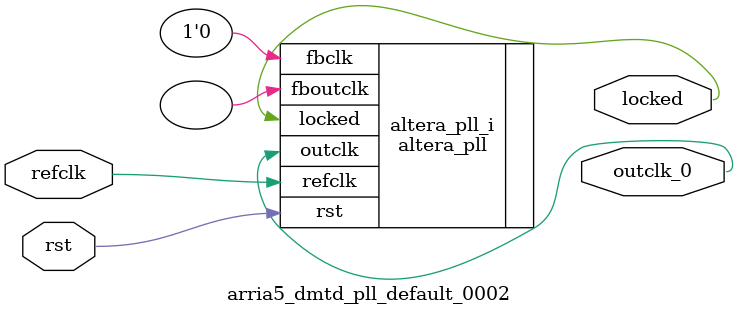
<source format=v>
`timescale 1ns/10ps
module  arria5_dmtd_pll_default_0002(

	// interface 'refclk'
	input wire refclk,

	// interface 'reset'
	input wire rst,

	// interface 'outclk0'
	output wire outclk_0,

	// interface 'locked'
	output wire locked
);

	altera_pll #(
		.fractional_vco_multiplier("false"),
		.reference_clock_frequency("20.0 MHz"),
		.operation_mode("direct"),
		.number_of_clocks(1),
		.output_clock_frequency0("62.500000 MHz"),
		.phase_shift0("0 ps"),
		.duty_cycle0(50),
		.output_clock_frequency1("0 MHz"),
		.phase_shift1("0 ps"),
		.duty_cycle1(50),
		.output_clock_frequency2("0 MHz"),
		.phase_shift2("0 ps"),
		.duty_cycle2(50),
		.output_clock_frequency3("0 MHz"),
		.phase_shift3("0 ps"),
		.duty_cycle3(50),
		.output_clock_frequency4("0 MHz"),
		.phase_shift4("0 ps"),
		.duty_cycle4(50),
		.output_clock_frequency5("0 MHz"),
		.phase_shift5("0 ps"),
		.duty_cycle5(50),
		.output_clock_frequency6("0 MHz"),
		.phase_shift6("0 ps"),
		.duty_cycle6(50),
		.output_clock_frequency7("0 MHz"),
		.phase_shift7("0 ps"),
		.duty_cycle7(50),
		.output_clock_frequency8("0 MHz"),
		.phase_shift8("0 ps"),
		.duty_cycle8(50),
		.output_clock_frequency9("0 MHz"),
		.phase_shift9("0 ps"),
		.duty_cycle9(50),
		.output_clock_frequency10("0 MHz"),
		.phase_shift10("0 ps"),
		.duty_cycle10(50),
		.output_clock_frequency11("0 MHz"),
		.phase_shift11("0 ps"),
		.duty_cycle11(50),
		.output_clock_frequency12("0 MHz"),
		.phase_shift12("0 ps"),
		.duty_cycle12(50),
		.output_clock_frequency13("0 MHz"),
		.phase_shift13("0 ps"),
		.duty_cycle13(50),
		.output_clock_frequency14("0 MHz"),
		.phase_shift14("0 ps"),
		.duty_cycle14(50),
		.output_clock_frequency15("0 MHz"),
		.phase_shift15("0 ps"),
		.duty_cycle15(50),
		.output_clock_frequency16("0 MHz"),
		.phase_shift16("0 ps"),
		.duty_cycle16(50),
		.output_clock_frequency17("0 MHz"),
		.phase_shift17("0 ps"),
		.duty_cycle17(50),
		.pll_type("General"),
		.pll_subtype("General")
	) altera_pll_i (
		.rst	(rst),
		.outclk	({outclk_0}),
		.locked	(locked),
		.fboutclk	( ),
		.fbclk	(1'b0),
		.refclk	(refclk)
	);
endmodule


</source>
